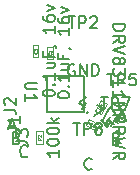
<source format=gbr>
%TF.GenerationSoftware,KiCad,Pcbnew,8.0.5-8.0.5-0~ubuntu24.04.1*%
%TF.CreationDate,2024-09-15T15:23:13-06:00*%
%TF.ProjectId,DRV8311 on motor driver,44525638-3331-4312-906f-6e206d6f746f,rev?*%
%TF.SameCoordinates,Original*%
%TF.FileFunction,AssemblyDrawing,Top*%
%FSLAX46Y46*%
G04 Gerber Fmt 4.6, Leading zero omitted, Abs format (unit mm)*
G04 Created by KiCad (PCBNEW 8.0.5-8.0.5-0~ubuntu24.04.1) date 2024-09-15 15:23:13*
%MOMM*%
%LPD*%
G01*
G04 APERTURE LIST*
%ADD10C,0.150000*%
%ADD11C,0.040000*%
%ADD12C,0.100000*%
G04 APERTURE END LIST*
D10*
X168029523Y-105679580D02*
X167981904Y-105727200D01*
X167981904Y-105727200D02*
X167839047Y-105774819D01*
X167839047Y-105774819D02*
X167743809Y-105774819D01*
X167743809Y-105774819D02*
X167600952Y-105727200D01*
X167600952Y-105727200D02*
X167505714Y-105631961D01*
X167505714Y-105631961D02*
X167458095Y-105536723D01*
X167458095Y-105536723D02*
X167410476Y-105346247D01*
X167410476Y-105346247D02*
X167410476Y-105203390D01*
X167410476Y-105203390D02*
X167458095Y-105012914D01*
X167458095Y-105012914D02*
X167505714Y-104917676D01*
X167505714Y-104917676D02*
X167600952Y-104822438D01*
X167600952Y-104822438D02*
X167743809Y-104774819D01*
X167743809Y-104774819D02*
X167839047Y-104774819D01*
X167839047Y-104774819D02*
X167981904Y-104822438D01*
X167981904Y-104822438D02*
X168029523Y-104870057D01*
X167054819Y-104418333D02*
X167769104Y-104418333D01*
X167769104Y-104418333D02*
X167911961Y-104465952D01*
X167911961Y-104465952D02*
X168007200Y-104561190D01*
X168007200Y-104561190D02*
X168054819Y-104704047D01*
X168054819Y-104704047D02*
X168054819Y-104799285D01*
X167054819Y-104037380D02*
X167054819Y-103418333D01*
X167054819Y-103418333D02*
X167435771Y-103751666D01*
X167435771Y-103751666D02*
X167435771Y-103608809D01*
X167435771Y-103608809D02*
X167483390Y-103513571D01*
X167483390Y-103513571D02*
X167531009Y-103465952D01*
X167531009Y-103465952D02*
X167626247Y-103418333D01*
X167626247Y-103418333D02*
X167864342Y-103418333D01*
X167864342Y-103418333D02*
X167959580Y-103465952D01*
X167959580Y-103465952D02*
X168007200Y-103513571D01*
X168007200Y-103513571D02*
X168054819Y-103608809D01*
X168054819Y-103608809D02*
X168054819Y-103894523D01*
X168054819Y-103894523D02*
X168007200Y-103989761D01*
X168007200Y-103989761D02*
X167959580Y-104037380D01*
X172969364Y-101159564D02*
X172636031Y-101736915D01*
X172953644Y-100710602D02*
X172390305Y-101210144D01*
X172390305Y-101210144D02*
X172926416Y-101519668D01*
X173137282Y-101916341D02*
X173154712Y-101981390D01*
X173154712Y-101981390D02*
X173089663Y-101998819D01*
X173089663Y-101998819D02*
X173072234Y-101933771D01*
X173072234Y-101933771D02*
X173137282Y-101916341D01*
X173137282Y-101916341D02*
X173089663Y-101998819D01*
X173919577Y-101323270D02*
X174496928Y-101656603D01*
X174496928Y-101656603D02*
X173625774Y-102308343D01*
X175031329Y-102350040D02*
X174697996Y-102927391D01*
X174660175Y-102135755D02*
X174398271Y-102589387D01*
X174398271Y-102589387D02*
X174391891Y-102695675D01*
X174391891Y-102695675D02*
X174450560Y-102784534D01*
X174450560Y-102784534D02*
X174574278Y-102855962D01*
X174574278Y-102855962D02*
X174680566Y-102862342D01*
X174680566Y-102862342D02*
X174745615Y-102844912D01*
X175660969Y-102878520D02*
X175372294Y-102711854D01*
X175110389Y-103165486D02*
X175610389Y-102299461D01*
X175610389Y-102299461D02*
X176022782Y-102537556D01*
D11*
X173419033Y-103106905D02*
X173402771Y-103111263D01*
X173402771Y-103111263D02*
X173365889Y-103103716D01*
X173365889Y-103103716D02*
X173345269Y-103091811D01*
X173345269Y-103091811D02*
X173320292Y-103063644D01*
X173320292Y-103063644D02*
X173311577Y-103031119D01*
X173311577Y-103031119D02*
X173313172Y-103004547D01*
X173313172Y-103004547D02*
X173326672Y-102957356D01*
X173326672Y-102957356D02*
X173344529Y-102926426D01*
X173344529Y-102926426D02*
X173378648Y-102891139D01*
X173378648Y-102891139D02*
X173400863Y-102876472D01*
X173400863Y-102876472D02*
X173433387Y-102867757D01*
X173433387Y-102867757D02*
X173470269Y-102875304D01*
X173470269Y-102875304D02*
X173490889Y-102887209D01*
X173490889Y-102887209D02*
X173515866Y-102915376D01*
X173515866Y-102915376D02*
X173520224Y-102931638D01*
X173613325Y-103246573D02*
X173489607Y-103175144D01*
X173551466Y-103210858D02*
X173676466Y-102994352D01*
X173676466Y-102994352D02*
X173637989Y-103013377D01*
X173637989Y-103013377D02*
X173605465Y-103022092D01*
X173605465Y-103022092D02*
X173578893Y-103020497D01*
D10*
X171988095Y-97952438D02*
X171892857Y-97904819D01*
X171892857Y-97904819D02*
X171750000Y-97904819D01*
X171750000Y-97904819D02*
X171607143Y-97952438D01*
X171607143Y-97952438D02*
X171511905Y-98047676D01*
X171511905Y-98047676D02*
X171464286Y-98142914D01*
X171464286Y-98142914D02*
X171416667Y-98333390D01*
X171416667Y-98333390D02*
X171416667Y-98476247D01*
X171416667Y-98476247D02*
X171464286Y-98666723D01*
X171464286Y-98666723D02*
X171511905Y-98761961D01*
X171511905Y-98761961D02*
X171607143Y-98857200D01*
X171607143Y-98857200D02*
X171750000Y-98904819D01*
X171750000Y-98904819D02*
X171845238Y-98904819D01*
X171845238Y-98904819D02*
X171988095Y-98857200D01*
X171988095Y-98857200D02*
X172035714Y-98809580D01*
X172035714Y-98809580D02*
X172035714Y-98476247D01*
X172035714Y-98476247D02*
X171845238Y-98476247D01*
X172464286Y-98904819D02*
X172464286Y-97904819D01*
X172464286Y-97904819D02*
X173035714Y-98904819D01*
X173035714Y-98904819D02*
X173035714Y-97904819D01*
X173511905Y-98904819D02*
X173511905Y-97904819D01*
X173511905Y-97904819D02*
X173750000Y-97904819D01*
X173750000Y-97904819D02*
X173892857Y-97952438D01*
X173892857Y-97952438D02*
X173988095Y-98047676D01*
X173988095Y-98047676D02*
X174035714Y-98142914D01*
X174035714Y-98142914D02*
X174083333Y-98333390D01*
X174083333Y-98333390D02*
X174083333Y-98476247D01*
X174083333Y-98476247D02*
X174035714Y-98666723D01*
X174035714Y-98666723D02*
X173988095Y-98761961D01*
X173988095Y-98761961D02*
X173892857Y-98857200D01*
X173892857Y-98857200D02*
X173750000Y-98904819D01*
X173750000Y-98904819D02*
X173511905Y-98904819D01*
X171488095Y-93854819D02*
X172059523Y-93854819D01*
X171773809Y-94854819D02*
X171773809Y-93854819D01*
X172392857Y-94854819D02*
X172392857Y-93854819D01*
X172392857Y-93854819D02*
X172773809Y-93854819D01*
X172773809Y-93854819D02*
X172869047Y-93902438D01*
X172869047Y-93902438D02*
X172916666Y-93950057D01*
X172916666Y-93950057D02*
X172964285Y-94045295D01*
X172964285Y-94045295D02*
X172964285Y-94188152D01*
X172964285Y-94188152D02*
X172916666Y-94283390D01*
X172916666Y-94283390D02*
X172869047Y-94331009D01*
X172869047Y-94331009D02*
X172773809Y-94378628D01*
X172773809Y-94378628D02*
X172392857Y-94378628D01*
X173345238Y-93950057D02*
X173392857Y-93902438D01*
X173392857Y-93902438D02*
X173488095Y-93854819D01*
X173488095Y-93854819D02*
X173726190Y-93854819D01*
X173726190Y-93854819D02*
X173821428Y-93902438D01*
X173821428Y-93902438D02*
X173869047Y-93950057D01*
X173869047Y-93950057D02*
X173916666Y-94045295D01*
X173916666Y-94045295D02*
X173916666Y-94140533D01*
X173916666Y-94140533D02*
X173869047Y-94283390D01*
X173869047Y-94283390D02*
X173297619Y-94854819D01*
X173297619Y-94854819D02*
X173916666Y-94854819D01*
X169314819Y-100395237D02*
X169314819Y-100299999D01*
X169314819Y-100299999D02*
X169362438Y-100204761D01*
X169362438Y-100204761D02*
X169410057Y-100157142D01*
X169410057Y-100157142D02*
X169505295Y-100109523D01*
X169505295Y-100109523D02*
X169695771Y-100061904D01*
X169695771Y-100061904D02*
X169933866Y-100061904D01*
X169933866Y-100061904D02*
X170124342Y-100109523D01*
X170124342Y-100109523D02*
X170219580Y-100157142D01*
X170219580Y-100157142D02*
X170267200Y-100204761D01*
X170267200Y-100204761D02*
X170314819Y-100299999D01*
X170314819Y-100299999D02*
X170314819Y-100395237D01*
X170314819Y-100395237D02*
X170267200Y-100490475D01*
X170267200Y-100490475D02*
X170219580Y-100538094D01*
X170219580Y-100538094D02*
X170124342Y-100585713D01*
X170124342Y-100585713D02*
X169933866Y-100633332D01*
X169933866Y-100633332D02*
X169695771Y-100633332D01*
X169695771Y-100633332D02*
X169505295Y-100585713D01*
X169505295Y-100585713D02*
X169410057Y-100538094D01*
X169410057Y-100538094D02*
X169362438Y-100490475D01*
X169362438Y-100490475D02*
X169314819Y-100395237D01*
X170219580Y-99633332D02*
X170267200Y-99585713D01*
X170267200Y-99585713D02*
X170314819Y-99633332D01*
X170314819Y-99633332D02*
X170267200Y-99680951D01*
X170267200Y-99680951D02*
X170219580Y-99633332D01*
X170219580Y-99633332D02*
X170314819Y-99633332D01*
X170314819Y-98633333D02*
X170314819Y-99204761D01*
X170314819Y-98919047D02*
X169314819Y-98919047D01*
X169314819Y-98919047D02*
X169457676Y-99014285D01*
X169457676Y-99014285D02*
X169552914Y-99109523D01*
X169552914Y-99109523D02*
X169600533Y-99204761D01*
X169648152Y-97776190D02*
X170314819Y-97776190D01*
X169648152Y-98204761D02*
X170171961Y-98204761D01*
X170171961Y-98204761D02*
X170267200Y-98157142D01*
X170267200Y-98157142D02*
X170314819Y-98061904D01*
X170314819Y-98061904D02*
X170314819Y-97919047D01*
X170314819Y-97919047D02*
X170267200Y-97823809D01*
X170267200Y-97823809D02*
X170219580Y-97776190D01*
X169791009Y-96966666D02*
X169791009Y-97299999D01*
X170314819Y-97299999D02*
X169314819Y-97299999D01*
X169314819Y-97299999D02*
X169314819Y-96823809D01*
X170267200Y-96395237D02*
X170314819Y-96395237D01*
X170314819Y-96395237D02*
X170410057Y-96442856D01*
X170410057Y-96442856D02*
X170457676Y-96490475D01*
X170314819Y-94680952D02*
X170314819Y-95252380D01*
X170314819Y-94966666D02*
X169314819Y-94966666D01*
X169314819Y-94966666D02*
X169457676Y-95061904D01*
X169457676Y-95061904D02*
X169552914Y-95157142D01*
X169552914Y-95157142D02*
X169600533Y-95252380D01*
X169314819Y-93823809D02*
X169314819Y-94014285D01*
X169314819Y-94014285D02*
X169362438Y-94109523D01*
X169362438Y-94109523D02*
X169410057Y-94157142D01*
X169410057Y-94157142D02*
X169552914Y-94252380D01*
X169552914Y-94252380D02*
X169743390Y-94299999D01*
X169743390Y-94299999D02*
X170124342Y-94299999D01*
X170124342Y-94299999D02*
X170219580Y-94252380D01*
X170219580Y-94252380D02*
X170267200Y-94204761D01*
X170267200Y-94204761D02*
X170314819Y-94109523D01*
X170314819Y-94109523D02*
X170314819Y-93919047D01*
X170314819Y-93919047D02*
X170267200Y-93823809D01*
X170267200Y-93823809D02*
X170219580Y-93776190D01*
X170219580Y-93776190D02*
X170124342Y-93728571D01*
X170124342Y-93728571D02*
X169886247Y-93728571D01*
X169886247Y-93728571D02*
X169791009Y-93776190D01*
X169791009Y-93776190D02*
X169743390Y-93823809D01*
X169743390Y-93823809D02*
X169695771Y-93919047D01*
X169695771Y-93919047D02*
X169695771Y-94109523D01*
X169695771Y-94109523D02*
X169743390Y-94204761D01*
X169743390Y-94204761D02*
X169791009Y-94252380D01*
X169791009Y-94252380D02*
X169886247Y-94299999D01*
X169648152Y-93395237D02*
X170314819Y-93157142D01*
X170314819Y-93157142D02*
X169648152Y-92919047D01*
D11*
X168789765Y-96841666D02*
X168801670Y-96853570D01*
X168801670Y-96853570D02*
X168813574Y-96889285D01*
X168813574Y-96889285D02*
X168813574Y-96913094D01*
X168813574Y-96913094D02*
X168801670Y-96948808D01*
X168801670Y-96948808D02*
X168777860Y-96972618D01*
X168777860Y-96972618D02*
X168754050Y-96984523D01*
X168754050Y-96984523D02*
X168706431Y-96996427D01*
X168706431Y-96996427D02*
X168670717Y-96996427D01*
X168670717Y-96996427D02*
X168623098Y-96984523D01*
X168623098Y-96984523D02*
X168599289Y-96972618D01*
X168599289Y-96972618D02*
X168575479Y-96948808D01*
X168575479Y-96948808D02*
X168563574Y-96913094D01*
X168563574Y-96913094D02*
X168563574Y-96889285D01*
X168563574Y-96889285D02*
X168575479Y-96853570D01*
X168575479Y-96853570D02*
X168587384Y-96841666D01*
X168563574Y-96758332D02*
X168563574Y-96603570D01*
X168563574Y-96603570D02*
X168658812Y-96686904D01*
X168658812Y-96686904D02*
X168658812Y-96651189D01*
X168658812Y-96651189D02*
X168670717Y-96627380D01*
X168670717Y-96627380D02*
X168682622Y-96615475D01*
X168682622Y-96615475D02*
X168706431Y-96603570D01*
X168706431Y-96603570D02*
X168765955Y-96603570D01*
X168765955Y-96603570D02*
X168789765Y-96615475D01*
X168789765Y-96615475D02*
X168801670Y-96627380D01*
X168801670Y-96627380D02*
X168813574Y-96651189D01*
X168813574Y-96651189D02*
X168813574Y-96722618D01*
X168813574Y-96722618D02*
X168801670Y-96746427D01*
X168801670Y-96746427D02*
X168789765Y-96758332D01*
D10*
X175265580Y-94526323D02*
X176265580Y-94526323D01*
X176265580Y-94526323D02*
X176265580Y-94764418D01*
X176265580Y-94764418D02*
X176217961Y-94907275D01*
X176217961Y-94907275D02*
X176122723Y-95002513D01*
X176122723Y-95002513D02*
X176027485Y-95050132D01*
X176027485Y-95050132D02*
X175837009Y-95097751D01*
X175837009Y-95097751D02*
X175694152Y-95097751D01*
X175694152Y-95097751D02*
X175503676Y-95050132D01*
X175503676Y-95050132D02*
X175408438Y-95002513D01*
X175408438Y-95002513D02*
X175313200Y-94907275D01*
X175313200Y-94907275D02*
X175265580Y-94764418D01*
X175265580Y-94764418D02*
X175265580Y-94526323D01*
X175265580Y-96097751D02*
X175741771Y-95764418D01*
X175265580Y-95526323D02*
X176265580Y-95526323D01*
X176265580Y-95526323D02*
X176265580Y-95907275D01*
X176265580Y-95907275D02*
X176217961Y-96002513D01*
X176217961Y-96002513D02*
X176170342Y-96050132D01*
X176170342Y-96050132D02*
X176075104Y-96097751D01*
X176075104Y-96097751D02*
X175932247Y-96097751D01*
X175932247Y-96097751D02*
X175837009Y-96050132D01*
X175837009Y-96050132D02*
X175789390Y-96002513D01*
X175789390Y-96002513D02*
X175741771Y-95907275D01*
X175741771Y-95907275D02*
X175741771Y-95526323D01*
X176265580Y-96383466D02*
X175265580Y-96716799D01*
X175265580Y-96716799D02*
X176265580Y-97050132D01*
X175837009Y-97526323D02*
X175884628Y-97431085D01*
X175884628Y-97431085D02*
X175932247Y-97383466D01*
X175932247Y-97383466D02*
X176027485Y-97335847D01*
X176027485Y-97335847D02*
X176075104Y-97335847D01*
X176075104Y-97335847D02*
X176170342Y-97383466D01*
X176170342Y-97383466D02*
X176217961Y-97431085D01*
X176217961Y-97431085D02*
X176265580Y-97526323D01*
X176265580Y-97526323D02*
X176265580Y-97716799D01*
X176265580Y-97716799D02*
X176217961Y-97812037D01*
X176217961Y-97812037D02*
X176170342Y-97859656D01*
X176170342Y-97859656D02*
X176075104Y-97907275D01*
X176075104Y-97907275D02*
X176027485Y-97907275D01*
X176027485Y-97907275D02*
X175932247Y-97859656D01*
X175932247Y-97859656D02*
X175884628Y-97812037D01*
X175884628Y-97812037D02*
X175837009Y-97716799D01*
X175837009Y-97716799D02*
X175837009Y-97526323D01*
X175837009Y-97526323D02*
X175789390Y-97431085D01*
X175789390Y-97431085D02*
X175741771Y-97383466D01*
X175741771Y-97383466D02*
X175646533Y-97335847D01*
X175646533Y-97335847D02*
X175456057Y-97335847D01*
X175456057Y-97335847D02*
X175360819Y-97383466D01*
X175360819Y-97383466D02*
X175313200Y-97431085D01*
X175313200Y-97431085D02*
X175265580Y-97526323D01*
X175265580Y-97526323D02*
X175265580Y-97716799D01*
X175265580Y-97716799D02*
X175313200Y-97812037D01*
X175313200Y-97812037D02*
X175360819Y-97859656D01*
X175360819Y-97859656D02*
X175456057Y-97907275D01*
X175456057Y-97907275D02*
X175646533Y-97907275D01*
X175646533Y-97907275D02*
X175741771Y-97859656D01*
X175741771Y-97859656D02*
X175789390Y-97812037D01*
X175789390Y-97812037D02*
X175837009Y-97716799D01*
X176265580Y-98240609D02*
X176265580Y-98859656D01*
X176265580Y-98859656D02*
X175884628Y-98526323D01*
X175884628Y-98526323D02*
X175884628Y-98669180D01*
X175884628Y-98669180D02*
X175837009Y-98764418D01*
X175837009Y-98764418D02*
X175789390Y-98812037D01*
X175789390Y-98812037D02*
X175694152Y-98859656D01*
X175694152Y-98859656D02*
X175456057Y-98859656D01*
X175456057Y-98859656D02*
X175360819Y-98812037D01*
X175360819Y-98812037D02*
X175313200Y-98764418D01*
X175313200Y-98764418D02*
X175265580Y-98669180D01*
X175265580Y-98669180D02*
X175265580Y-98383466D01*
X175265580Y-98383466D02*
X175313200Y-98288228D01*
X175313200Y-98288228D02*
X175360819Y-98240609D01*
X175265580Y-99812037D02*
X175265580Y-99240609D01*
X175265580Y-99526323D02*
X176265580Y-99526323D01*
X176265580Y-99526323D02*
X176122723Y-99431085D01*
X176122723Y-99431085D02*
X176027485Y-99335847D01*
X176027485Y-99335847D02*
X175979866Y-99240609D01*
X175265580Y-100764418D02*
X175265580Y-100192990D01*
X175265580Y-100478704D02*
X176265580Y-100478704D01*
X176265580Y-100478704D02*
X176122723Y-100383466D01*
X176122723Y-100383466D02*
X176027485Y-100288228D01*
X176027485Y-100288228D02*
X175979866Y-100192990D01*
X175265580Y-101192990D02*
X176265580Y-101192990D01*
X175789390Y-101192990D02*
X175789390Y-101764418D01*
X175265580Y-101764418D02*
X176265580Y-101764418D01*
X175265580Y-102812037D02*
X175741771Y-102478704D01*
X175265580Y-102240609D02*
X176265580Y-102240609D01*
X176265580Y-102240609D02*
X176265580Y-102621561D01*
X176265580Y-102621561D02*
X176217961Y-102716799D01*
X176217961Y-102716799D02*
X176170342Y-102764418D01*
X176170342Y-102764418D02*
X176075104Y-102812037D01*
X176075104Y-102812037D02*
X175932247Y-102812037D01*
X175932247Y-102812037D02*
X175837009Y-102764418D01*
X175837009Y-102764418D02*
X175789390Y-102716799D01*
X175789390Y-102716799D02*
X175741771Y-102621561D01*
X175741771Y-102621561D02*
X175741771Y-102240609D01*
X175265580Y-103812037D02*
X175741771Y-103478704D01*
X175265580Y-103240609D02*
X176265580Y-103240609D01*
X176265580Y-103240609D02*
X176265580Y-103621561D01*
X176265580Y-103621561D02*
X176217961Y-103716799D01*
X176217961Y-103716799D02*
X176170342Y-103764418D01*
X176170342Y-103764418D02*
X176075104Y-103812037D01*
X176075104Y-103812037D02*
X175932247Y-103812037D01*
X175932247Y-103812037D02*
X175837009Y-103764418D01*
X175837009Y-103764418D02*
X175789390Y-103716799D01*
X175789390Y-103716799D02*
X175741771Y-103621561D01*
X175741771Y-103621561D02*
X175741771Y-103240609D01*
X176265580Y-104145371D02*
X175265580Y-104383466D01*
X175265580Y-104383466D02*
X175979866Y-104573942D01*
X175979866Y-104573942D02*
X175265580Y-104764418D01*
X175265580Y-104764418D02*
X176265580Y-105002514D01*
X175265580Y-105954894D02*
X175741771Y-105621561D01*
X175265580Y-105383466D02*
X176265580Y-105383466D01*
X176265580Y-105383466D02*
X176265580Y-105764418D01*
X176265580Y-105764418D02*
X176217961Y-105859656D01*
X176217961Y-105859656D02*
X176170342Y-105907275D01*
X176170342Y-105907275D02*
X176075104Y-105954894D01*
X176075104Y-105954894D02*
X175932247Y-105954894D01*
X175932247Y-105954894D02*
X175837009Y-105907275D01*
X175837009Y-105907275D02*
X175789390Y-105859656D01*
X175789390Y-105859656D02*
X175741771Y-105764418D01*
X175741771Y-105764418D02*
X175741771Y-105383466D01*
X168848780Y-99454894D02*
X168039257Y-99454894D01*
X168039257Y-99454894D02*
X167944019Y-99502513D01*
X167944019Y-99502513D02*
X167896400Y-99550132D01*
X167896400Y-99550132D02*
X167848780Y-99645370D01*
X167848780Y-99645370D02*
X167848780Y-99835846D01*
X167848780Y-99835846D02*
X167896400Y-99931084D01*
X167896400Y-99931084D02*
X167944019Y-99978703D01*
X167944019Y-99978703D02*
X168039257Y-100026322D01*
X168039257Y-100026322D02*
X168848780Y-100026322D01*
X167848780Y-101026322D02*
X167848780Y-100454894D01*
X167848780Y-100740608D02*
X168848780Y-100740608D01*
X168848780Y-100740608D02*
X168705923Y-100645370D01*
X168705923Y-100645370D02*
X168610685Y-100550132D01*
X168610685Y-100550132D02*
X168563066Y-100454894D01*
X167091428Y-104151009D02*
X167234285Y-104198628D01*
X167234285Y-104198628D02*
X167281904Y-104246247D01*
X167281904Y-104246247D02*
X167329523Y-104341485D01*
X167329523Y-104341485D02*
X167329523Y-104484342D01*
X167329523Y-104484342D02*
X167281904Y-104579580D01*
X167281904Y-104579580D02*
X167234285Y-104627200D01*
X167234285Y-104627200D02*
X167139047Y-104674819D01*
X167139047Y-104674819D02*
X166758095Y-104674819D01*
X166758095Y-104674819D02*
X166758095Y-103674819D01*
X166758095Y-103674819D02*
X167091428Y-103674819D01*
X167091428Y-103674819D02*
X167186666Y-103722438D01*
X167186666Y-103722438D02*
X167234285Y-103770057D01*
X167234285Y-103770057D02*
X167281904Y-103865295D01*
X167281904Y-103865295D02*
X167281904Y-103960533D01*
X167281904Y-103960533D02*
X167234285Y-104055771D01*
X167234285Y-104055771D02*
X167186666Y-104103390D01*
X167186666Y-104103390D02*
X167091428Y-104151009D01*
X167091428Y-104151009D02*
X166758095Y-104151009D01*
X166354819Y-103318333D02*
X167069104Y-103318333D01*
X167069104Y-103318333D02*
X167211961Y-103365952D01*
X167211961Y-103365952D02*
X167307200Y-103461190D01*
X167307200Y-103461190D02*
X167354819Y-103604047D01*
X167354819Y-103604047D02*
X167354819Y-103699285D01*
X167354819Y-102318333D02*
X167354819Y-102889761D01*
X167354819Y-102604047D02*
X166354819Y-102604047D01*
X166354819Y-102604047D02*
X166497676Y-102699285D01*
X166497676Y-102699285D02*
X166592914Y-102794523D01*
X166592914Y-102794523D02*
X166640533Y-102889761D01*
X175571428Y-104181009D02*
X175714285Y-104228628D01*
X175714285Y-104228628D02*
X175761904Y-104276247D01*
X175761904Y-104276247D02*
X175809523Y-104371485D01*
X175809523Y-104371485D02*
X175809523Y-104514342D01*
X175809523Y-104514342D02*
X175761904Y-104609580D01*
X175761904Y-104609580D02*
X175714285Y-104657200D01*
X175714285Y-104657200D02*
X175619047Y-104704819D01*
X175619047Y-104704819D02*
X175238095Y-104704819D01*
X175238095Y-104704819D02*
X175238095Y-103704819D01*
X175238095Y-103704819D02*
X175571428Y-103704819D01*
X175571428Y-103704819D02*
X175666666Y-103752438D01*
X175666666Y-103752438D02*
X175714285Y-103800057D01*
X175714285Y-103800057D02*
X175761904Y-103895295D01*
X175761904Y-103895295D02*
X175761904Y-103990533D01*
X175761904Y-103990533D02*
X175714285Y-104085771D01*
X175714285Y-104085771D02*
X175666666Y-104133390D01*
X175666666Y-104133390D02*
X175571428Y-104181009D01*
X175571428Y-104181009D02*
X175238095Y-104181009D01*
X174238095Y-100704819D02*
X174809523Y-100704819D01*
X174523809Y-101704819D02*
X174523809Y-100704819D01*
X175142857Y-101704819D02*
X175142857Y-100704819D01*
X175142857Y-100704819D02*
X175523809Y-100704819D01*
X175523809Y-100704819D02*
X175619047Y-100752438D01*
X175619047Y-100752438D02*
X175666666Y-100800057D01*
X175666666Y-100800057D02*
X175714285Y-100895295D01*
X175714285Y-100895295D02*
X175714285Y-101038152D01*
X175714285Y-101038152D02*
X175666666Y-101133390D01*
X175666666Y-101133390D02*
X175619047Y-101181009D01*
X175619047Y-101181009D02*
X175523809Y-101228628D01*
X175523809Y-101228628D02*
X175142857Y-101228628D01*
X176047619Y-100704819D02*
X176714285Y-100704819D01*
X176714285Y-100704819D02*
X176285714Y-101704819D01*
X173459523Y-106759580D02*
X173411904Y-106807200D01*
X173411904Y-106807200D02*
X173269047Y-106854819D01*
X173269047Y-106854819D02*
X173173809Y-106854819D01*
X173173809Y-106854819D02*
X173030952Y-106807200D01*
X173030952Y-106807200D02*
X172935714Y-106711961D01*
X172935714Y-106711961D02*
X172888095Y-106616723D01*
X172888095Y-106616723D02*
X172840476Y-106426247D01*
X172840476Y-106426247D02*
X172840476Y-106283390D01*
X172840476Y-106283390D02*
X172888095Y-106092914D01*
X172888095Y-106092914D02*
X172935714Y-105997676D01*
X172935714Y-105997676D02*
X173030952Y-105902438D01*
X173030952Y-105902438D02*
X173173809Y-105854819D01*
X173173809Y-105854819D02*
X173269047Y-105854819D01*
X173269047Y-105854819D02*
X173411904Y-105902438D01*
X173411904Y-105902438D02*
X173459523Y-105950057D01*
X171888095Y-102854819D02*
X172459523Y-102854819D01*
X172173809Y-103854819D02*
X172173809Y-102854819D01*
X172792857Y-103854819D02*
X172792857Y-102854819D01*
X172792857Y-102854819D02*
X173173809Y-102854819D01*
X173173809Y-102854819D02*
X173269047Y-102902438D01*
X173269047Y-102902438D02*
X173316666Y-102950057D01*
X173316666Y-102950057D02*
X173364285Y-103045295D01*
X173364285Y-103045295D02*
X173364285Y-103188152D01*
X173364285Y-103188152D02*
X173316666Y-103283390D01*
X173316666Y-103283390D02*
X173269047Y-103331009D01*
X173269047Y-103331009D02*
X173173809Y-103378628D01*
X173173809Y-103378628D02*
X172792857Y-103378628D01*
X173935714Y-103283390D02*
X173840476Y-103235771D01*
X173840476Y-103235771D02*
X173792857Y-103188152D01*
X173792857Y-103188152D02*
X173745238Y-103092914D01*
X173745238Y-103092914D02*
X173745238Y-103045295D01*
X173745238Y-103045295D02*
X173792857Y-102950057D01*
X173792857Y-102950057D02*
X173840476Y-102902438D01*
X173840476Y-102902438D02*
X173935714Y-102854819D01*
X173935714Y-102854819D02*
X174126190Y-102854819D01*
X174126190Y-102854819D02*
X174221428Y-102902438D01*
X174221428Y-102902438D02*
X174269047Y-102950057D01*
X174269047Y-102950057D02*
X174316666Y-103045295D01*
X174316666Y-103045295D02*
X174316666Y-103092914D01*
X174316666Y-103092914D02*
X174269047Y-103188152D01*
X174269047Y-103188152D02*
X174221428Y-103235771D01*
X174221428Y-103235771D02*
X174126190Y-103283390D01*
X174126190Y-103283390D02*
X173935714Y-103283390D01*
X173935714Y-103283390D02*
X173840476Y-103331009D01*
X173840476Y-103331009D02*
X173792857Y-103378628D01*
X173792857Y-103378628D02*
X173745238Y-103473866D01*
X173745238Y-103473866D02*
X173745238Y-103664342D01*
X173745238Y-103664342D02*
X173792857Y-103759580D01*
X173792857Y-103759580D02*
X173840476Y-103807200D01*
X173840476Y-103807200D02*
X173935714Y-103854819D01*
X173935714Y-103854819D02*
X174126190Y-103854819D01*
X174126190Y-103854819D02*
X174221428Y-103807200D01*
X174221428Y-103807200D02*
X174269047Y-103759580D01*
X174269047Y-103759580D02*
X174316666Y-103664342D01*
X174316666Y-103664342D02*
X174316666Y-103473866D01*
X174316666Y-103473866D02*
X174269047Y-103378628D01*
X174269047Y-103378628D02*
X174221428Y-103331009D01*
X174221428Y-103331009D02*
X174126190Y-103283390D01*
X166481905Y-103139104D02*
X166958095Y-103139104D01*
X166386667Y-103424819D02*
X166720000Y-102424819D01*
X166720000Y-102424819D02*
X167053333Y-103424819D01*
X166054819Y-101758333D02*
X166769104Y-101758333D01*
X166769104Y-101758333D02*
X166911961Y-101805952D01*
X166911961Y-101805952D02*
X167007200Y-101901190D01*
X167007200Y-101901190D02*
X167054819Y-102044047D01*
X167054819Y-102044047D02*
X167054819Y-102139285D01*
X166150057Y-101329761D02*
X166102438Y-101282142D01*
X166102438Y-101282142D02*
X166054819Y-101186904D01*
X166054819Y-101186904D02*
X166054819Y-100948809D01*
X166054819Y-100948809D02*
X166102438Y-100853571D01*
X166102438Y-100853571D02*
X166150057Y-100805952D01*
X166150057Y-100805952D02*
X166245295Y-100758333D01*
X166245295Y-100758333D02*
X166340533Y-100758333D01*
X166340533Y-100758333D02*
X166483390Y-100805952D01*
X166483390Y-100805952D02*
X167054819Y-101377380D01*
X167054819Y-101377380D02*
X167054819Y-100758333D01*
X174734546Y-102627046D02*
X175311896Y-102960379D01*
X174285584Y-102642766D02*
X174785126Y-103206105D01*
X174785126Y-103206105D02*
X175094650Y-102669994D01*
X174660157Y-102089225D02*
X174993490Y-101511875D01*
X174993490Y-101511875D02*
X175645230Y-102383029D01*
X176049991Y-101681961D02*
X175183966Y-101181961D01*
X175767696Y-101409006D02*
X176240468Y-101352046D01*
X175663117Y-101018713D02*
X175802556Y-101539103D01*
D11*
X174330698Y-101646627D02*
X174180143Y-101659778D01*
X174256412Y-101775294D02*
X174031246Y-101645294D01*
X174031246Y-101645294D02*
X174080770Y-101559516D01*
X174080770Y-101559516D02*
X174103873Y-101544262D01*
X174103873Y-101544262D02*
X174120785Y-101539730D01*
X174120785Y-101539730D02*
X174148420Y-101541389D01*
X174148420Y-101541389D02*
X174180587Y-101559961D01*
X174180587Y-101559961D02*
X174195841Y-101583064D01*
X174195841Y-101583064D02*
X174200373Y-101599976D01*
X174200373Y-101599976D02*
X174198714Y-101627611D01*
X174198714Y-101627611D02*
X174149190Y-101713389D01*
X174148865Y-101441572D02*
X174229341Y-101302183D01*
X174229341Y-101302183D02*
X174271785Y-101426762D01*
X174271785Y-101426762D02*
X174290357Y-101394596D01*
X174290357Y-101394596D02*
X174313460Y-101379342D01*
X174313460Y-101379342D02*
X174330373Y-101374810D01*
X174330373Y-101374810D02*
X174358008Y-101376469D01*
X174358008Y-101376469D02*
X174411619Y-101407421D01*
X174411619Y-101407421D02*
X174426873Y-101430524D01*
X174426873Y-101430524D02*
X174431404Y-101447437D01*
X174431404Y-101447437D02*
X174429746Y-101475072D01*
X174429746Y-101475072D02*
X174392603Y-101539405D01*
X174392603Y-101539405D02*
X174369500Y-101554659D01*
X174369500Y-101554659D02*
X174352587Y-101559191D01*
D10*
X170564819Y-100545237D02*
X170564819Y-100449999D01*
X170564819Y-100449999D02*
X170612438Y-100354761D01*
X170612438Y-100354761D02*
X170660057Y-100307142D01*
X170660057Y-100307142D02*
X170755295Y-100259523D01*
X170755295Y-100259523D02*
X170945771Y-100211904D01*
X170945771Y-100211904D02*
X171183866Y-100211904D01*
X171183866Y-100211904D02*
X171374342Y-100259523D01*
X171374342Y-100259523D02*
X171469580Y-100307142D01*
X171469580Y-100307142D02*
X171517200Y-100354761D01*
X171517200Y-100354761D02*
X171564819Y-100449999D01*
X171564819Y-100449999D02*
X171564819Y-100545237D01*
X171564819Y-100545237D02*
X171517200Y-100640475D01*
X171517200Y-100640475D02*
X171469580Y-100688094D01*
X171469580Y-100688094D02*
X171374342Y-100735713D01*
X171374342Y-100735713D02*
X171183866Y-100783332D01*
X171183866Y-100783332D02*
X170945771Y-100783332D01*
X170945771Y-100783332D02*
X170755295Y-100735713D01*
X170755295Y-100735713D02*
X170660057Y-100688094D01*
X170660057Y-100688094D02*
X170612438Y-100640475D01*
X170612438Y-100640475D02*
X170564819Y-100545237D01*
X171469580Y-99783332D02*
X171517200Y-99735713D01*
X171517200Y-99735713D02*
X171564819Y-99783332D01*
X171564819Y-99783332D02*
X171517200Y-99830951D01*
X171517200Y-99830951D02*
X171469580Y-99783332D01*
X171469580Y-99783332D02*
X171564819Y-99783332D01*
X171564819Y-98783333D02*
X171564819Y-99354761D01*
X171564819Y-99069047D02*
X170564819Y-99069047D01*
X170564819Y-99069047D02*
X170707676Y-99164285D01*
X170707676Y-99164285D02*
X170802914Y-99259523D01*
X170802914Y-99259523D02*
X170850533Y-99354761D01*
X170898152Y-97926190D02*
X171564819Y-97926190D01*
X170898152Y-98354761D02*
X171421961Y-98354761D01*
X171421961Y-98354761D02*
X171517200Y-98307142D01*
X171517200Y-98307142D02*
X171564819Y-98211904D01*
X171564819Y-98211904D02*
X171564819Y-98069047D01*
X171564819Y-98069047D02*
X171517200Y-97973809D01*
X171517200Y-97973809D02*
X171469580Y-97926190D01*
X171041009Y-97116666D02*
X171041009Y-97449999D01*
X171564819Y-97449999D02*
X170564819Y-97449999D01*
X170564819Y-97449999D02*
X170564819Y-96973809D01*
X171517200Y-96545237D02*
X171564819Y-96545237D01*
X171564819Y-96545237D02*
X171660057Y-96592856D01*
X171660057Y-96592856D02*
X171707676Y-96640475D01*
X171564819Y-94830952D02*
X171564819Y-95402380D01*
X171564819Y-95116666D02*
X170564819Y-95116666D01*
X170564819Y-95116666D02*
X170707676Y-95211904D01*
X170707676Y-95211904D02*
X170802914Y-95307142D01*
X170802914Y-95307142D02*
X170850533Y-95402380D01*
X170564819Y-93973809D02*
X170564819Y-94164285D01*
X170564819Y-94164285D02*
X170612438Y-94259523D01*
X170612438Y-94259523D02*
X170660057Y-94307142D01*
X170660057Y-94307142D02*
X170802914Y-94402380D01*
X170802914Y-94402380D02*
X170993390Y-94449999D01*
X170993390Y-94449999D02*
X171374342Y-94449999D01*
X171374342Y-94449999D02*
X171469580Y-94402380D01*
X171469580Y-94402380D02*
X171517200Y-94354761D01*
X171517200Y-94354761D02*
X171564819Y-94259523D01*
X171564819Y-94259523D02*
X171564819Y-94069047D01*
X171564819Y-94069047D02*
X171517200Y-93973809D01*
X171517200Y-93973809D02*
X171469580Y-93926190D01*
X171469580Y-93926190D02*
X171374342Y-93878571D01*
X171374342Y-93878571D02*
X171136247Y-93878571D01*
X171136247Y-93878571D02*
X171041009Y-93926190D01*
X171041009Y-93926190D02*
X170993390Y-93973809D01*
X170993390Y-93973809D02*
X170945771Y-94069047D01*
X170945771Y-94069047D02*
X170945771Y-94259523D01*
X170945771Y-94259523D02*
X170993390Y-94354761D01*
X170993390Y-94354761D02*
X171041009Y-94402380D01*
X171041009Y-94402380D02*
X171136247Y-94449999D01*
X170898152Y-93545237D02*
X171564819Y-93307142D01*
X171564819Y-93307142D02*
X170898152Y-93069047D01*
D11*
X170039765Y-96991666D02*
X170051670Y-97003570D01*
X170051670Y-97003570D02*
X170063574Y-97039285D01*
X170063574Y-97039285D02*
X170063574Y-97063094D01*
X170063574Y-97063094D02*
X170051670Y-97098808D01*
X170051670Y-97098808D02*
X170027860Y-97122618D01*
X170027860Y-97122618D02*
X170004050Y-97134523D01*
X170004050Y-97134523D02*
X169956431Y-97146427D01*
X169956431Y-97146427D02*
X169920717Y-97146427D01*
X169920717Y-97146427D02*
X169873098Y-97134523D01*
X169873098Y-97134523D02*
X169849289Y-97122618D01*
X169849289Y-97122618D02*
X169825479Y-97098808D01*
X169825479Y-97098808D02*
X169813574Y-97063094D01*
X169813574Y-97063094D02*
X169813574Y-97039285D01*
X169813574Y-97039285D02*
X169825479Y-97003570D01*
X169825479Y-97003570D02*
X169837384Y-96991666D01*
X169837384Y-96896427D02*
X169825479Y-96884523D01*
X169825479Y-96884523D02*
X169813574Y-96860713D01*
X169813574Y-96860713D02*
X169813574Y-96801189D01*
X169813574Y-96801189D02*
X169825479Y-96777380D01*
X169825479Y-96777380D02*
X169837384Y-96765475D01*
X169837384Y-96765475D02*
X169861193Y-96753570D01*
X169861193Y-96753570D02*
X169885003Y-96753570D01*
X169885003Y-96753570D02*
X169920717Y-96765475D01*
X169920717Y-96765475D02*
X170063574Y-96908332D01*
X170063574Y-96908332D02*
X170063574Y-96753570D01*
D10*
X175811905Y-102419104D02*
X176288095Y-102419104D01*
X175716667Y-102704819D02*
X176050000Y-101704819D01*
X176050000Y-101704819D02*
X176383333Y-102704819D01*
X174788095Y-98704819D02*
X175359523Y-98704819D01*
X175073809Y-99704819D02*
X175073809Y-98704819D01*
X175692857Y-99704819D02*
X175692857Y-98704819D01*
X175692857Y-98704819D02*
X176073809Y-98704819D01*
X176073809Y-98704819D02*
X176169047Y-98752438D01*
X176169047Y-98752438D02*
X176216666Y-98800057D01*
X176216666Y-98800057D02*
X176264285Y-98895295D01*
X176264285Y-98895295D02*
X176264285Y-99038152D01*
X176264285Y-99038152D02*
X176216666Y-99133390D01*
X176216666Y-99133390D02*
X176169047Y-99181009D01*
X176169047Y-99181009D02*
X176073809Y-99228628D01*
X176073809Y-99228628D02*
X175692857Y-99228628D01*
X177169047Y-98704819D02*
X176692857Y-98704819D01*
X176692857Y-98704819D02*
X176645238Y-99181009D01*
X176645238Y-99181009D02*
X176692857Y-99133390D01*
X176692857Y-99133390D02*
X176788095Y-99085771D01*
X176788095Y-99085771D02*
X177026190Y-99085771D01*
X177026190Y-99085771D02*
X177121428Y-99133390D01*
X177121428Y-99133390D02*
X177169047Y-99181009D01*
X177169047Y-99181009D02*
X177216666Y-99276247D01*
X177216666Y-99276247D02*
X177216666Y-99514342D01*
X177216666Y-99514342D02*
X177169047Y-99609580D01*
X177169047Y-99609580D02*
X177121428Y-99657200D01*
X177121428Y-99657200D02*
X177026190Y-99704819D01*
X177026190Y-99704819D02*
X176788095Y-99704819D01*
X176788095Y-99704819D02*
X176692857Y-99657200D01*
X176692857Y-99657200D02*
X176645238Y-99609580D01*
X170674819Y-105171428D02*
X170674819Y-105742856D01*
X170674819Y-105457142D02*
X169674819Y-105457142D01*
X169674819Y-105457142D02*
X169817676Y-105552380D01*
X169817676Y-105552380D02*
X169912914Y-105647618D01*
X169912914Y-105647618D02*
X169960533Y-105742856D01*
X169674819Y-104552380D02*
X169674819Y-104457142D01*
X169674819Y-104457142D02*
X169722438Y-104361904D01*
X169722438Y-104361904D02*
X169770057Y-104314285D01*
X169770057Y-104314285D02*
X169865295Y-104266666D01*
X169865295Y-104266666D02*
X170055771Y-104219047D01*
X170055771Y-104219047D02*
X170293866Y-104219047D01*
X170293866Y-104219047D02*
X170484342Y-104266666D01*
X170484342Y-104266666D02*
X170579580Y-104314285D01*
X170579580Y-104314285D02*
X170627200Y-104361904D01*
X170627200Y-104361904D02*
X170674819Y-104457142D01*
X170674819Y-104457142D02*
X170674819Y-104552380D01*
X170674819Y-104552380D02*
X170627200Y-104647618D01*
X170627200Y-104647618D02*
X170579580Y-104695237D01*
X170579580Y-104695237D02*
X170484342Y-104742856D01*
X170484342Y-104742856D02*
X170293866Y-104790475D01*
X170293866Y-104790475D02*
X170055771Y-104790475D01*
X170055771Y-104790475D02*
X169865295Y-104742856D01*
X169865295Y-104742856D02*
X169770057Y-104695237D01*
X169770057Y-104695237D02*
X169722438Y-104647618D01*
X169722438Y-104647618D02*
X169674819Y-104552380D01*
X169674819Y-103599999D02*
X169674819Y-103504761D01*
X169674819Y-103504761D02*
X169722438Y-103409523D01*
X169722438Y-103409523D02*
X169770057Y-103361904D01*
X169770057Y-103361904D02*
X169865295Y-103314285D01*
X169865295Y-103314285D02*
X170055771Y-103266666D01*
X170055771Y-103266666D02*
X170293866Y-103266666D01*
X170293866Y-103266666D02*
X170484342Y-103314285D01*
X170484342Y-103314285D02*
X170579580Y-103361904D01*
X170579580Y-103361904D02*
X170627200Y-103409523D01*
X170627200Y-103409523D02*
X170674819Y-103504761D01*
X170674819Y-103504761D02*
X170674819Y-103599999D01*
X170674819Y-103599999D02*
X170627200Y-103695237D01*
X170627200Y-103695237D02*
X170579580Y-103742856D01*
X170579580Y-103742856D02*
X170484342Y-103790475D01*
X170484342Y-103790475D02*
X170293866Y-103838094D01*
X170293866Y-103838094D02*
X170055771Y-103838094D01*
X170055771Y-103838094D02*
X169865295Y-103790475D01*
X169865295Y-103790475D02*
X169770057Y-103742856D01*
X169770057Y-103742856D02*
X169722438Y-103695237D01*
X169722438Y-103695237D02*
X169674819Y-103599999D01*
X170674819Y-102838094D02*
X169674819Y-102838094D01*
X170293866Y-102742856D02*
X170674819Y-102457142D01*
X170008152Y-102457142D02*
X170389104Y-102838094D01*
D11*
X169168200Y-104143332D02*
X169044391Y-104229999D01*
X169168200Y-104291904D02*
X168908200Y-104291904D01*
X168908200Y-104291904D02*
X168908200Y-104192856D01*
X168908200Y-104192856D02*
X168920581Y-104168094D01*
X168920581Y-104168094D02*
X168932962Y-104155713D01*
X168932962Y-104155713D02*
X168957724Y-104143332D01*
X168957724Y-104143332D02*
X168994867Y-104143332D01*
X168994867Y-104143332D02*
X169019629Y-104155713D01*
X169019629Y-104155713D02*
X169032010Y-104168094D01*
X169032010Y-104168094D02*
X169044391Y-104192856D01*
X169044391Y-104192856D02*
X169044391Y-104291904D01*
X168932962Y-104044285D02*
X168920581Y-104031904D01*
X168920581Y-104031904D02*
X168908200Y-104007142D01*
X168908200Y-104007142D02*
X168908200Y-103945237D01*
X168908200Y-103945237D02*
X168920581Y-103920475D01*
X168920581Y-103920475D02*
X168932962Y-103908094D01*
X168932962Y-103908094D02*
X168957724Y-103895713D01*
X168957724Y-103895713D02*
X168982486Y-103895713D01*
X168982486Y-103895713D02*
X169019629Y-103908094D01*
X169019629Y-103908094D02*
X169168200Y-104056666D01*
X169168200Y-104056666D02*
X169168200Y-103895713D01*
D12*
%TO.C,C1*%
X172941987Y-103016506D02*
X173191987Y-102583494D01*
X173191987Y-102583494D02*
X174058013Y-103083494D01*
X173808013Y-103516506D02*
X172941987Y-103016506D01*
X174058013Y-103083494D02*
X173808013Y-103516506D01*
%TO.C,C3*%
X168450000Y-96300000D02*
X168950000Y-96300000D01*
X168450000Y-97300000D02*
X168450000Y-96300000D01*
X168950000Y-96300000D02*
X168950000Y-97300000D01*
X168950000Y-97300000D02*
X168450000Y-97300000D01*
D10*
%TO.C,U1*%
X169700001Y-98870000D02*
X169700001Y-101969998D01*
X169700001Y-98870000D02*
X172799999Y-98870000D01*
X169700001Y-101969998D02*
X172799999Y-101969998D01*
X172799999Y-98870000D02*
X172799999Y-101969998D01*
D12*
%TO.C,R3*%
X173753673Y-101869663D02*
X174278673Y-100960337D01*
X174221327Y-102139663D02*
X173753673Y-101869663D01*
X174278673Y-100960337D02*
X174746327Y-101230337D01*
X174746327Y-101230337D02*
X174221327Y-102139663D01*
%TO.C,C2*%
X169700000Y-96450000D02*
X170200000Y-96450000D01*
X169700000Y-97450000D02*
X169700000Y-96450000D01*
X170200000Y-96450000D02*
X170200000Y-97450000D01*
X170200000Y-97450000D02*
X169700000Y-97450000D01*
%TO.C,R2*%
X168780000Y-103575000D02*
X169320000Y-103575000D01*
X168780000Y-104625000D02*
X168780000Y-103575000D01*
X169320000Y-103575000D02*
X169320000Y-104625000D01*
X169320000Y-104625000D02*
X168780000Y-104625000D01*
%TD*%
M02*

</source>
